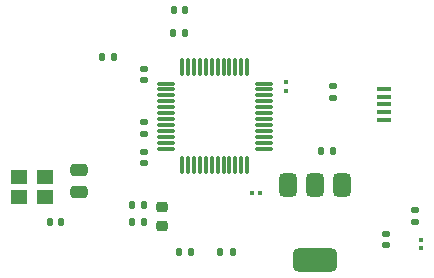
<source format=gbr>
%TF.GenerationSoftware,KiCad,Pcbnew,8.0.3*%
%TF.CreationDate,2025-07-01T21:47:02+03:00*%
%TF.ProjectId,stm,73746d2e-6b69-4636-9164-5f7063625858,rev?*%
%TF.SameCoordinates,Original*%
%TF.FileFunction,Paste,Top*%
%TF.FilePolarity,Positive*%
%FSLAX46Y46*%
G04 Gerber Fmt 4.6, Leading zero omitted, Abs format (unit mm)*
G04 Created by KiCad (PCBNEW 8.0.3) date 2025-07-01 21:47:02*
%MOMM*%
%LPD*%
G01*
G04 APERTURE LIST*
G04 Aperture macros list*
%AMRoundRect*
0 Rectangle with rounded corners*
0 $1 Rounding radius*
0 $2 $3 $4 $5 $6 $7 $8 $9 X,Y pos of 4 corners*
0 Add a 4 corners polygon primitive as box body*
4,1,4,$2,$3,$4,$5,$6,$7,$8,$9,$2,$3,0*
0 Add four circle primitives for the rounded corners*
1,1,$1+$1,$2,$3*
1,1,$1+$1,$4,$5*
1,1,$1+$1,$6,$7*
1,1,$1+$1,$8,$9*
0 Add four rect primitives between the rounded corners*
20,1,$1+$1,$2,$3,$4,$5,0*
20,1,$1+$1,$4,$5,$6,$7,0*
20,1,$1+$1,$6,$7,$8,$9,0*
20,1,$1+$1,$8,$9,$2,$3,0*%
G04 Aperture macros list end*
%ADD10R,1.300000X0.450000*%
%ADD11R,1.400000X1.200000*%
%ADD12RoundRect,0.375000X-0.375000X0.625000X-0.375000X-0.625000X0.375000X-0.625000X0.375000X0.625000X0*%
%ADD13RoundRect,0.500000X-1.400000X0.500000X-1.400000X-0.500000X1.400000X-0.500000X1.400000X0.500000X0*%
%ADD14RoundRect,0.075000X-0.662500X-0.075000X0.662500X-0.075000X0.662500X0.075000X-0.662500X0.075000X0*%
%ADD15RoundRect,0.075000X-0.075000X-0.662500X0.075000X-0.662500X0.075000X0.662500X-0.075000X0.662500X0*%
%ADD16RoundRect,0.135000X-0.135000X-0.185000X0.135000X-0.185000X0.135000X0.185000X-0.135000X0.185000X0*%
%ADD17RoundRect,0.135000X0.135000X0.185000X-0.135000X0.185000X-0.135000X-0.185000X0.135000X-0.185000X0*%
%ADD18RoundRect,0.135000X0.185000X-0.135000X0.185000X0.135000X-0.185000X0.135000X-0.185000X-0.135000X0*%
%ADD19RoundRect,0.135000X-0.185000X0.135000X-0.185000X-0.135000X0.185000X-0.135000X0.185000X0.135000X0*%
%ADD20RoundRect,0.218750X-0.256250X0.218750X-0.256250X-0.218750X0.256250X-0.218750X0.256250X0.218750X0*%
%ADD21RoundRect,0.079500X-0.100500X0.079500X-0.100500X-0.079500X0.100500X-0.079500X0.100500X0.079500X0*%
%ADD22RoundRect,0.140000X-0.140000X-0.170000X0.140000X-0.170000X0.140000X0.170000X-0.140000X0.170000X0*%
%ADD23RoundRect,0.250000X-0.475000X0.250000X-0.475000X-0.250000X0.475000X-0.250000X0.475000X0.250000X0*%
%ADD24RoundRect,0.140000X0.140000X0.170000X-0.140000X0.170000X-0.140000X-0.170000X0.140000X-0.170000X0*%
%ADD25RoundRect,0.140000X-0.170000X0.140000X-0.170000X-0.140000X0.170000X-0.140000X0.170000X0.140000X0*%
%ADD26RoundRect,0.079500X0.079500X0.100500X-0.079500X0.100500X-0.079500X-0.100500X0.079500X-0.100500X0*%
%ADD27RoundRect,0.140000X0.170000X-0.140000X0.170000X0.140000X-0.170000X0.140000X-0.170000X-0.140000X0*%
G04 APERTURE END LIST*
D10*
%TO.C,J1*%
X126845000Y-74805000D03*
X126845000Y-74155000D03*
X126845000Y-73505000D03*
X126845000Y-72855000D03*
X126845000Y-72205000D03*
%TD*%
D11*
%TO.C,Y1*%
X98100000Y-81350000D03*
X95900000Y-81350000D03*
X95900000Y-79650000D03*
X98100000Y-79650000D03*
%TD*%
D12*
%TO.C,U2*%
X123300000Y-80350000D03*
X121000000Y-80350000D03*
D13*
X121000000Y-86650000D03*
D12*
X118700000Y-80350000D03*
%TD*%
D14*
%TO.C,U1*%
X108337500Y-71750000D03*
X108337500Y-72250000D03*
X108337500Y-72750000D03*
X108337500Y-73250000D03*
X108337500Y-73750000D03*
X108337500Y-74250000D03*
X108337500Y-74750000D03*
X108337500Y-75250000D03*
X108337500Y-75750000D03*
X108337500Y-76250000D03*
X108337500Y-76750000D03*
X108337500Y-77250000D03*
D15*
X109750000Y-78662500D03*
X110250000Y-78662500D03*
X110750000Y-78662500D03*
X111250000Y-78662500D03*
X111750000Y-78662500D03*
X112250000Y-78662500D03*
X112750000Y-78662500D03*
X113250000Y-78662500D03*
X113750000Y-78662500D03*
X114250000Y-78662500D03*
X114750000Y-78662500D03*
X115250000Y-78662500D03*
D14*
X116662500Y-77250000D03*
X116662500Y-76750000D03*
X116662500Y-76250000D03*
X116662500Y-75750000D03*
X116662500Y-75250000D03*
X116662500Y-74750000D03*
X116662500Y-74250000D03*
X116662500Y-73750000D03*
X116662500Y-73250000D03*
X116662500Y-72750000D03*
X116662500Y-72250000D03*
X116662500Y-71750000D03*
D15*
X115250000Y-70337500D03*
X114750000Y-70337500D03*
X114250000Y-70337500D03*
X113750000Y-70337500D03*
X113250000Y-70337500D03*
X112750000Y-70337500D03*
X112250000Y-70337500D03*
X111750000Y-70337500D03*
X111250000Y-70337500D03*
X110750000Y-70337500D03*
X110250000Y-70337500D03*
X109750000Y-70337500D03*
%TD*%
D16*
%TO.C,R5*%
X112990000Y-86000000D03*
X114010000Y-86000000D03*
%TD*%
D17*
%TO.C,R4*%
X110510000Y-86000000D03*
X109490000Y-86000000D03*
%TD*%
D18*
%TO.C,R3*%
X122500000Y-73010000D03*
X122500000Y-71990000D03*
%TD*%
D16*
%TO.C,R2*%
X102990000Y-69500000D03*
X104010000Y-69500000D03*
%TD*%
D19*
%TO.C,R1*%
X129500000Y-82490000D03*
X129500000Y-83510000D03*
%TD*%
D20*
%TO.C,FB1*%
X108000000Y-82212500D03*
X108000000Y-83787500D03*
%TD*%
D21*
%TO.C,D1*%
X130000000Y-85000000D03*
X130000000Y-85690000D03*
%TD*%
D22*
%TO.C,C13*%
X98520000Y-83500000D03*
X99480000Y-83500000D03*
%TD*%
D23*
%TO.C,C12*%
X101000000Y-79050000D03*
X101000000Y-80950000D03*
%TD*%
D24*
%TO.C,C10*%
X106480000Y-83500000D03*
X105520000Y-83500000D03*
%TD*%
%TO.C,C9*%
X106480000Y-82000000D03*
X105520000Y-82000000D03*
%TD*%
D25*
%TO.C,C8*%
X106500000Y-77520000D03*
X106500000Y-78480000D03*
%TD*%
D22*
%TO.C,C7*%
X109000000Y-67500000D03*
X109960000Y-67500000D03*
%TD*%
D21*
%TO.C,C6*%
X118500000Y-71655000D03*
X118500000Y-72345000D03*
%TD*%
D26*
%TO.C,C5*%
X116345000Y-81000000D03*
X115655000Y-81000000D03*
%TD*%
D27*
%TO.C,C4*%
X106500000Y-71480000D03*
X106500000Y-70520000D03*
%TD*%
D22*
%TO.C,C3*%
X109020000Y-65500000D03*
X109980000Y-65500000D03*
%TD*%
D27*
%TO.C,C2*%
X127000000Y-85460000D03*
X127000000Y-84500000D03*
%TD*%
D22*
%TO.C,C1*%
X121520000Y-77500000D03*
X122480000Y-77500000D03*
%TD*%
D25*
%TO.C,C11*%
X106500000Y-75020000D03*
X106500000Y-75980000D03*
%TD*%
M02*

</source>
